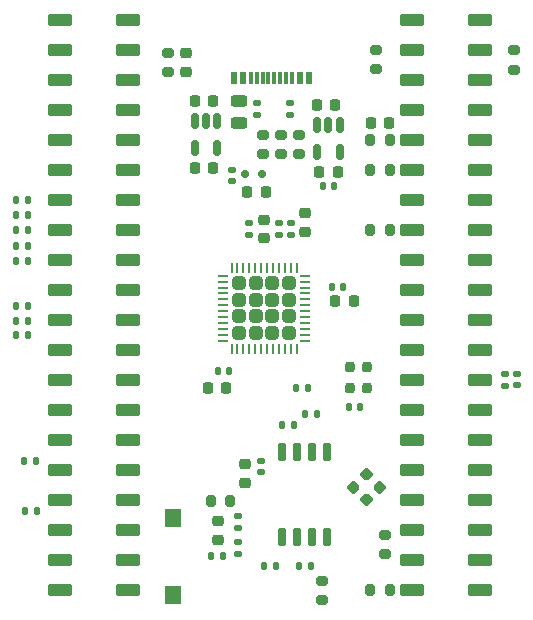
<source format=gbr>
G04 #@! TF.GenerationSoftware,KiCad,Pcbnew,7.0.10-7.0.10~ubuntu22.04.1*
G04 #@! TF.CreationDate,2024-01-11T21:49:49-05:00*
G04 #@! TF.ProjectId,caravel-breakout-fpga-ICE40UP5K-TT3,63617261-7665-46c2-9d62-7265616b6f75,1.2*
G04 #@! TF.SameCoordinates,PX2dc6c00PY42c1d80*
G04 #@! TF.FileFunction,Paste,Top*
G04 #@! TF.FilePolarity,Positive*
%FSLAX46Y46*%
G04 Gerber Fmt 4.6, Leading zero omitted, Abs format (unit mm)*
G04 Created by KiCad (PCBNEW 7.0.10-7.0.10~ubuntu22.04.1) date 2024-01-11 21:49:49*
%MOMM*%
%LPD*%
G01*
G04 APERTURE LIST*
G04 Aperture macros list*
%AMRoundRect*
0 Rectangle with rounded corners*
0 $1 Rounding radius*
0 $2 $3 $4 $5 $6 $7 $8 $9 X,Y pos of 4 corners*
0 Add a 4 corners polygon primitive as box body*
4,1,4,$2,$3,$4,$5,$6,$7,$8,$9,$2,$3,0*
0 Add four circle primitives for the rounded corners*
1,1,$1+$1,$2,$3*
1,1,$1+$1,$4,$5*
1,1,$1+$1,$6,$7*
1,1,$1+$1,$8,$9*
0 Add four rect primitives between the rounded corners*
20,1,$1+$1,$2,$3,$4,$5,0*
20,1,$1+$1,$4,$5,$6,$7,0*
20,1,$1+$1,$6,$7,$8,$9,0*
20,1,$1+$1,$8,$9,$2,$3,0*%
G04 Aperture macros list end*
%ADD10RoundRect,0.135000X0.135000X0.185000X-0.135000X0.185000X-0.135000X-0.185000X0.135000X-0.185000X0*%
%ADD11RoundRect,0.225000X0.225000X0.250000X-0.225000X0.250000X-0.225000X-0.250000X0.225000X-0.250000X0*%
%ADD12RoundRect,0.102000X0.898000X0.408000X-0.898000X0.408000X-0.898000X-0.408000X0.898000X-0.408000X0*%
%ADD13RoundRect,0.140000X0.170000X-0.140000X0.170000X0.140000X-0.170000X0.140000X-0.170000X-0.140000X0*%
%ADD14RoundRect,0.225000X-0.250000X0.225000X-0.250000X-0.225000X0.250000X-0.225000X0.250000X0.225000X0*%
%ADD15RoundRect,0.200000X-0.275000X0.200000X-0.275000X-0.200000X0.275000X-0.200000X0.275000X0.200000X0*%
%ADD16RoundRect,0.200000X0.275000X-0.200000X0.275000X0.200000X-0.275000X0.200000X-0.275000X-0.200000X0*%
%ADD17RoundRect,0.200000X-0.335876X-0.053033X-0.053033X-0.335876X0.335876X0.053033X0.053033X0.335876X0*%
%ADD18RoundRect,0.200000X0.200000X0.275000X-0.200000X0.275000X-0.200000X-0.275000X0.200000X-0.275000X0*%
%ADD19RoundRect,0.150000X-0.150000X0.512500X-0.150000X-0.512500X0.150000X-0.512500X0.150000X0.512500X0*%
%ADD20RoundRect,0.135000X0.185000X-0.135000X0.185000X0.135000X-0.185000X0.135000X-0.185000X-0.135000X0*%
%ADD21RoundRect,0.225000X0.250000X-0.225000X0.250000X0.225000X-0.250000X0.225000X-0.250000X-0.225000X0*%
%ADD22RoundRect,0.200000X0.200000X0.250000X-0.200000X0.250000X-0.200000X-0.250000X0.200000X-0.250000X0*%
%ADD23RoundRect,0.135000X-0.135000X-0.185000X0.135000X-0.185000X0.135000X0.185000X-0.135000X0.185000X0*%
%ADD24RoundRect,0.200000X-0.200000X-0.275000X0.200000X-0.275000X0.200000X0.275000X-0.200000X0.275000X0*%
%ADD25RoundRect,0.140000X0.140000X0.170000X-0.140000X0.170000X-0.140000X-0.170000X0.140000X-0.170000X0*%
%ADD26RoundRect,0.218750X-0.256250X0.218750X-0.256250X-0.218750X0.256250X-0.218750X0.256250X0.218750X0*%
%ADD27RoundRect,0.225000X-0.225000X-0.250000X0.225000X-0.250000X0.225000X0.250000X-0.225000X0.250000X0*%
%ADD28RoundRect,0.150000X0.150000X-0.650000X0.150000X0.650000X-0.150000X0.650000X-0.150000X-0.650000X0*%
%ADD29R,1.400000X1.500000*%
%ADD30RoundRect,0.243750X-0.456250X0.243750X-0.456250X-0.243750X0.456250X-0.243750X0.456250X0.243750X0*%
%ADD31RoundRect,0.140000X-0.170000X0.140000X-0.170000X-0.140000X0.170000X-0.140000X0.170000X0.140000X0*%
%ADD32RoundRect,0.140000X-0.140000X-0.170000X0.140000X-0.170000X0.140000X0.170000X-0.140000X0.170000X0*%
%ADD33R,0.600000X1.100000*%
%ADD34R,0.300000X1.100000*%
%ADD35RoundRect,0.135000X-0.185000X0.135000X-0.185000X-0.135000X0.185000X-0.135000X0.185000X0.135000X0*%
%ADD36RoundRect,0.250000X0.315000X-0.315000X0.315000X0.315000X-0.315000X0.315000X-0.315000X-0.315000X0*%
%ADD37RoundRect,0.062500X0.062500X-0.375000X0.062500X0.375000X-0.062500X0.375000X-0.062500X-0.375000X0*%
%ADD38RoundRect,0.062500X0.375000X-0.062500X0.375000X0.062500X-0.375000X0.062500X-0.375000X-0.062500X0*%
%ADD39RoundRect,0.200000X-0.053033X0.335876X-0.335876X0.053033X0.053033X-0.335876X0.335876X-0.053033X0*%
%ADD40RoundRect,0.150000X-0.150000X-0.200000X0.150000X-0.200000X0.150000X0.200000X-0.150000X0.200000X0*%
G04 APERTURE END LIST*
D10*
X2010000Y26200000D03*
X990000Y26200000D03*
X2010000Y24950000D03*
X990000Y24950000D03*
X2010000Y31300000D03*
X990000Y31300000D03*
X2010000Y35200000D03*
X990000Y35200000D03*
X2010000Y30000000D03*
X990000Y30000000D03*
X2010000Y23700000D03*
X990000Y23700000D03*
X2010000Y32600000D03*
X990000Y32600000D03*
X2010000Y33900000D03*
X990000Y33900000D03*
D11*
X18775000Y19250000D03*
X17225000Y19250000D03*
D12*
X10450000Y2120000D03*
X4750000Y2120000D03*
X10450000Y4660000D03*
X4750000Y4660000D03*
X10450000Y7200000D03*
X4750000Y7200000D03*
X10450000Y9740000D03*
X4750000Y9740000D03*
X10450000Y12280000D03*
X4750000Y12280000D03*
X10450000Y14820000D03*
X4750000Y14820000D03*
X10450000Y17360000D03*
X4750000Y17360000D03*
X10450000Y19900000D03*
X4750000Y19900000D03*
X10450000Y22440000D03*
X4750000Y22440000D03*
X10450000Y24980000D03*
X4750000Y24980000D03*
X10450000Y27520000D03*
X4750000Y27520000D03*
X10450000Y30060000D03*
X4750000Y30060000D03*
X10450000Y32600000D03*
X4750000Y32600000D03*
X10450000Y35140000D03*
X4750000Y35140000D03*
X10450000Y37680000D03*
X4750000Y37680000D03*
X10450000Y40220000D03*
X4750000Y40220000D03*
X10450000Y42760000D03*
X4750000Y42760000D03*
X10450000Y45300000D03*
X4750000Y45300000D03*
X10450000Y47840000D03*
X4750000Y47840000D03*
X10450000Y50380000D03*
X4750000Y50380000D03*
D13*
X24250000Y32220000D03*
X24250000Y33180000D03*
D14*
X20400000Y12775000D03*
X20400000Y11225000D03*
D15*
X31500000Y47900000D03*
X31500000Y46250000D03*
D16*
X24950000Y39025000D03*
X24950000Y40675000D03*
D15*
X23450000Y40675000D03*
X23450000Y39025000D03*
D17*
X30616637Y11983363D03*
X31783363Y10816637D03*
D13*
X43400000Y19470000D03*
X43400000Y20430000D03*
D18*
X32625000Y2100000D03*
X30975000Y2100000D03*
D14*
X15400000Y47562500D03*
X15400000Y46012500D03*
D15*
X43200000Y47825000D03*
X43200000Y46175000D03*
D19*
X28400000Y41487500D03*
X27450000Y41487500D03*
X26500000Y41487500D03*
X26500000Y39212500D03*
X28400000Y39212500D03*
D20*
X42400000Y19440000D03*
X42400000Y20460000D03*
D16*
X26900000Y1250000D03*
X26900000Y2900000D03*
D21*
X25450000Y32475000D03*
X25450000Y34025000D03*
D18*
X32625000Y32600000D03*
X30975000Y32600000D03*
D10*
X2810000Y8800000D03*
X1790000Y8800000D03*
D22*
X30700000Y19200000D03*
X30700000Y21050000D03*
X29250000Y21050000D03*
X29250000Y19200000D03*
D17*
X29516637Y10883363D03*
X30683363Y9716637D03*
D23*
X24990000Y4200000D03*
X26010000Y4200000D03*
D24*
X17475000Y9700000D03*
X19125000Y9700000D03*
D25*
X27930000Y36350000D03*
X26970000Y36350000D03*
D26*
X18100000Y7987500D03*
X18100000Y6412500D03*
D27*
X31025000Y41700000D03*
X32575000Y41700000D03*
D11*
X17675000Y37900000D03*
X16125000Y37900000D03*
D15*
X21950000Y40675000D03*
X21950000Y39025000D03*
D28*
X23495000Y6600000D03*
X24765000Y6600000D03*
X26035000Y6600000D03*
X27305000Y6600000D03*
X27305000Y13800000D03*
X26035000Y13800000D03*
X24765000Y13800000D03*
X23495000Y13800000D03*
D23*
X25490000Y17000000D03*
X26510000Y17000000D03*
D18*
X32625000Y37700000D03*
X30975000Y37700000D03*
D11*
X17675000Y43500000D03*
X16125000Y43500000D03*
D20*
X19800000Y5190000D03*
X19800000Y6210000D03*
D27*
X26475000Y43200000D03*
X28025000Y43200000D03*
D29*
X14300000Y1750000D03*
X14300000Y8250000D03*
D20*
X23300000Y32190000D03*
X23300000Y33210000D03*
D30*
X19900000Y43537500D03*
X19900000Y41662500D03*
D31*
X19800000Y8380000D03*
X19800000Y7420000D03*
D11*
X28225000Y37550000D03*
X26675000Y37550000D03*
D21*
X22000000Y31925000D03*
X22000000Y33475000D03*
D15*
X32200000Y6825000D03*
X32200000Y5175000D03*
D31*
X19300000Y37730000D03*
X19300000Y36770000D03*
D10*
X2710000Y13100000D03*
X1690000Y13100000D03*
D18*
X32625000Y40200000D03*
X30975000Y40200000D03*
D32*
X27720000Y27800000D03*
X28680000Y27800000D03*
D15*
X13900000Y47625000D03*
X13900000Y45975000D03*
D25*
X19030000Y20700000D03*
X18070000Y20700000D03*
D10*
X18520000Y5000000D03*
X17500000Y5000000D03*
D32*
X29170000Y17600000D03*
X30130000Y17600000D03*
D11*
X22125000Y35850000D03*
X20575000Y35850000D03*
D33*
X25820000Y45450000D03*
X25020000Y45450000D03*
D34*
X23870000Y45450000D03*
X22870000Y45450000D03*
X22370000Y45450000D03*
X21370000Y45450000D03*
D33*
X19420000Y45450000D03*
X20220000Y45450000D03*
D34*
X20870000Y45450000D03*
X21870000Y45450000D03*
X23370000Y45450000D03*
X24370000Y45450000D03*
D23*
X24690000Y19200000D03*
X25710000Y19200000D03*
D35*
X21400000Y43360000D03*
X21400000Y42340000D03*
X24180000Y43360000D03*
X24180000Y42340000D03*
D36*
X19900000Y23900000D03*
X21300000Y23900000D03*
X22700000Y23900000D03*
X24100000Y23900000D03*
X19900000Y25300000D03*
X21300000Y25300000D03*
X22700000Y25300000D03*
X24100000Y25300000D03*
X19900000Y26700000D03*
X21300000Y26700000D03*
X22700000Y26700000D03*
X24100000Y26700000D03*
X19900000Y28100000D03*
X21300000Y28100000D03*
X22700000Y28100000D03*
X24100000Y28100000D03*
D37*
X19250000Y22562500D03*
X19750000Y22562500D03*
X20250000Y22562500D03*
X20750000Y22562500D03*
X21250000Y22562500D03*
X21750000Y22562500D03*
X22250000Y22562500D03*
X22750000Y22562500D03*
X23250000Y22562500D03*
X23750000Y22562500D03*
X24250000Y22562500D03*
X24750000Y22562500D03*
D38*
X25437500Y23250000D03*
X25437500Y23750000D03*
X25437500Y24250000D03*
X25437500Y24750000D03*
X25437500Y25250000D03*
X25437500Y25750000D03*
X25437500Y26250000D03*
X25437500Y26750000D03*
X25437500Y27250000D03*
X25437500Y27750000D03*
X25437500Y28250000D03*
X25437500Y28750000D03*
D37*
X24750000Y29437500D03*
X24250000Y29437500D03*
X23750000Y29437500D03*
X23250000Y29437500D03*
X22750000Y29437500D03*
X22250000Y29437500D03*
X21750000Y29437500D03*
X21250000Y29437500D03*
X20750000Y29437500D03*
X20250000Y29437500D03*
X19750000Y29437500D03*
X19250000Y29437500D03*
D38*
X18562500Y28750000D03*
X18562500Y28250000D03*
X18562500Y27750000D03*
X18562500Y27250000D03*
X18562500Y26750000D03*
X18562500Y26250000D03*
X18562500Y25750000D03*
X18562500Y25250000D03*
X18562500Y24750000D03*
X18562500Y24250000D03*
X18562500Y23750000D03*
X18562500Y23250000D03*
D39*
X30683363Y11983363D03*
X29516637Y10816637D03*
D12*
X40250000Y2120000D03*
X34550000Y2120000D03*
X40250000Y4660000D03*
X34550000Y4660000D03*
X40250000Y7200000D03*
X34550000Y7200000D03*
X40250000Y9740000D03*
X34550000Y9740000D03*
X40250000Y12280000D03*
X34550000Y12280000D03*
X40250000Y14820000D03*
X34550000Y14820000D03*
X40250000Y17360000D03*
X34550000Y17360000D03*
X40250000Y19900000D03*
X34550000Y19900000D03*
X40250000Y22440000D03*
X34550000Y22440000D03*
X40250000Y24980000D03*
X34550000Y24980000D03*
X40250000Y27520000D03*
X34550000Y27520000D03*
X40250000Y30060000D03*
X34550000Y30060000D03*
X40250000Y32600000D03*
X34550000Y32600000D03*
X40250000Y35140000D03*
X34550000Y35140000D03*
X40250000Y37680000D03*
X34550000Y37680000D03*
X40250000Y40220000D03*
X34550000Y40220000D03*
X40250000Y42760000D03*
X34550000Y42760000D03*
X40250000Y45300000D03*
X34550000Y45300000D03*
X40250000Y47840000D03*
X34550000Y47840000D03*
X40250000Y50380000D03*
X34550000Y50380000D03*
D23*
X23490000Y16100000D03*
X24510000Y16100000D03*
X21990000Y4200000D03*
X23010000Y4200000D03*
D13*
X20700000Y32220000D03*
X20700000Y33180000D03*
D40*
X21800000Y37350000D03*
X20400000Y37350000D03*
D27*
X28025000Y26600000D03*
X29575000Y26600000D03*
D39*
X31783363Y10883363D03*
X30616637Y9716637D03*
D19*
X18050000Y41837500D03*
X17100000Y41837500D03*
X16150000Y41837500D03*
X16150000Y39562500D03*
X18050000Y39562500D03*
D31*
X21750000Y13080000D03*
X21750000Y12120000D03*
M02*

</source>
